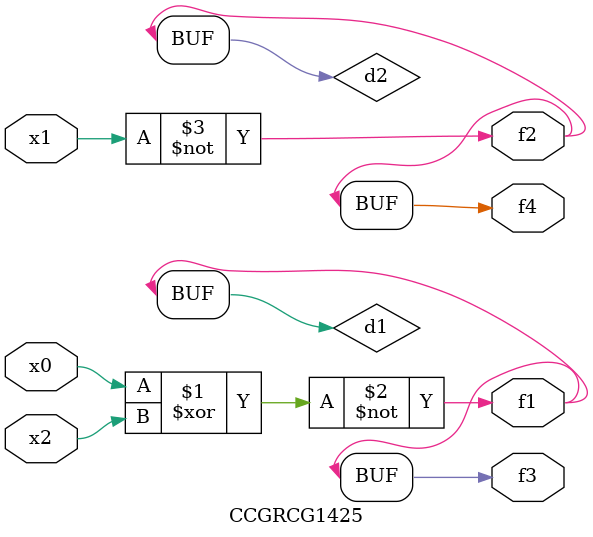
<source format=v>
module CCGRCG1425(
	input x0, x1, x2,
	output f1, f2, f3, f4
);

	wire d1, d2, d3;

	xnor (d1, x0, x2);
	nand (d2, x1);
	nor (d3, x1, x2);
	assign f1 = d1;
	assign f2 = d2;
	assign f3 = d1;
	assign f4 = d2;
endmodule

</source>
